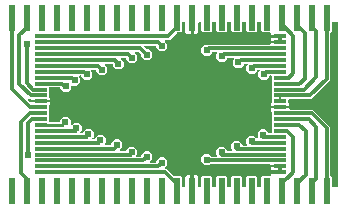
<source format=gbr>
G04 EAGLE Gerber RS-274X export*
G75*
%MOMM*%
%FSLAX34Y34*%
%LPD*%
%INTop Copper*%
%IPPOS*%
%AMOC8*
5,1,8,0,0,1.08239X$1,22.5*%
G01*
G04 Define Apertures*
%ADD10R,0.600000X2.200000*%
%ADD11R,1.100000X0.300000*%
%ADD12C,0.304800*%
%ADD13C,0.604000*%
%ADD14C,0.254000*%
%ADD15C,0.200000*%
G36*
X457545Y323910D02*
X457248Y323850D01*
X456136Y323850D01*
X455861Y323901D01*
X455606Y324065D01*
X455434Y324315D01*
X455374Y324612D01*
X455374Y331931D01*
X454481Y332824D01*
X449042Y332824D01*
X448756Y332880D01*
X448503Y333047D01*
X442303Y339248D01*
X441494Y339248D01*
X441231Y339295D01*
X440972Y339454D01*
X440797Y339702D01*
X440732Y339998D01*
X440788Y340296D01*
X440955Y340549D01*
X442694Y342288D01*
X442694Y346052D01*
X440032Y348714D01*
X436268Y348714D01*
X433606Y346052D01*
X433606Y345010D01*
X433555Y344735D01*
X433391Y344480D01*
X433141Y344308D01*
X432844Y344248D01*
X428714Y344248D01*
X428451Y344295D01*
X428192Y344454D01*
X428017Y344702D01*
X427952Y344998D01*
X428008Y345296D01*
X428175Y345549D01*
X429994Y347368D01*
X429994Y351132D01*
X427332Y353794D01*
X423568Y353794D01*
X420906Y351132D01*
X420906Y350010D01*
X420855Y349735D01*
X420691Y349480D01*
X420441Y349308D01*
X420144Y349248D01*
X417204Y349248D01*
X416941Y349295D01*
X416682Y349454D01*
X416507Y349702D01*
X416442Y349998D01*
X416498Y350296D01*
X416665Y350549D01*
X417294Y351178D01*
X417294Y354942D01*
X414632Y357604D01*
X410868Y357604D01*
X408190Y354927D01*
X408155Y354735D01*
X407991Y354480D01*
X407741Y354308D01*
X407444Y354248D01*
X403154Y354248D01*
X402891Y354295D01*
X402632Y354454D01*
X402457Y354702D01*
X402392Y354998D01*
X402448Y355296D01*
X402615Y355549D01*
X404594Y357528D01*
X404594Y361292D01*
X401932Y363954D01*
X398168Y363954D01*
X395506Y361292D01*
X395506Y360010D01*
X395455Y359735D01*
X395291Y359480D01*
X395041Y359308D01*
X394744Y359248D01*
X390374Y359248D01*
X390111Y359295D01*
X389852Y359454D01*
X389677Y359702D01*
X389612Y359998D01*
X389668Y360296D01*
X389835Y360549D01*
X390624Y361338D01*
X390624Y365102D01*
X387962Y367764D01*
X384198Y367764D01*
X381536Y365102D01*
X381536Y365010D01*
X381485Y364735D01*
X381321Y364480D01*
X381071Y364308D01*
X380774Y364248D01*
X380134Y364248D01*
X379871Y364295D01*
X379612Y364454D01*
X379437Y364702D01*
X379372Y364998D01*
X379428Y365296D01*
X379595Y365549D01*
X380464Y366418D01*
X380464Y370182D01*
X377802Y372844D01*
X374038Y372844D01*
X371376Y370182D01*
X371376Y370010D01*
X371325Y369735D01*
X371161Y369480D01*
X370911Y369308D01*
X370614Y369248D01*
X369692Y369248D01*
X369429Y369295D01*
X369171Y369454D01*
X368995Y369702D01*
X368930Y369998D01*
X368986Y370296D01*
X369153Y370549D01*
X370203Y371599D01*
X370203Y375363D01*
X367541Y378025D01*
X363777Y378025D01*
X362361Y376609D01*
X362141Y376456D01*
X361846Y376386D01*
X361547Y376437D01*
X361292Y376600D01*
X361120Y376850D01*
X361060Y377147D01*
X361060Y380342D01*
X358398Y383004D01*
X354634Y383004D01*
X351972Y380342D01*
X351972Y379756D01*
X351921Y379481D01*
X351757Y379226D01*
X351507Y379054D01*
X351210Y378994D01*
X343336Y378994D01*
X343061Y379045D01*
X342806Y379209D01*
X342634Y379459D01*
X342574Y379756D01*
X342574Y383447D01*
X342521Y383688D01*
X342574Y383972D01*
X342574Y388447D01*
X342521Y388688D01*
X342574Y388972D01*
X342574Y392316D01*
X342630Y392602D01*
X342797Y392855D01*
X343590Y393648D01*
X343590Y395438D01*
X327129Y395438D01*
X327129Y395545D01*
X327056Y395493D01*
X326760Y395428D01*
X326462Y395484D01*
X326209Y395651D01*
X325009Y396851D01*
X324856Y397071D01*
X324787Y397366D01*
X324837Y397665D01*
X325001Y397920D01*
X325251Y398092D01*
X325548Y398152D01*
X326748Y398152D01*
X327023Y398101D01*
X327278Y397937D01*
X327450Y397687D01*
X327510Y397390D01*
X327510Y396962D01*
X343590Y396962D01*
X343590Y398752D01*
X342797Y399545D01*
X342634Y399787D01*
X342574Y400084D01*
X342574Y403447D01*
X342521Y403688D01*
X342574Y403972D01*
X342574Y407390D01*
X342625Y407665D01*
X342789Y407920D01*
X343039Y408092D01*
X343336Y408152D01*
X351564Y408152D01*
X351839Y408101D01*
X352094Y407937D01*
X352266Y407687D01*
X352326Y407390D01*
X352326Y407058D01*
X354988Y404396D01*
X358752Y404396D01*
X361414Y407058D01*
X361414Y408983D01*
X361461Y409246D01*
X361620Y409504D01*
X361868Y409679D01*
X362164Y409744D01*
X362462Y409689D01*
X362668Y409552D01*
X366448Y409552D01*
X369110Y412214D01*
X369110Y415978D01*
X368237Y416851D01*
X368084Y417071D01*
X368015Y417366D01*
X368065Y417665D01*
X368229Y417920D01*
X368479Y418092D01*
X368776Y418152D01*
X369344Y418152D01*
X369619Y418101D01*
X369874Y417937D01*
X370046Y417687D01*
X370106Y417390D01*
X370106Y417218D01*
X372768Y414556D01*
X376532Y414556D01*
X379194Y417218D01*
X379194Y420982D01*
X378325Y421851D01*
X378172Y422071D01*
X378102Y422366D01*
X378153Y422665D01*
X378316Y422920D01*
X378567Y423092D01*
X378864Y423152D01*
X382044Y423152D01*
X382319Y423101D01*
X382574Y422937D01*
X382746Y422687D01*
X382806Y422390D01*
X382806Y421028D01*
X385468Y418366D01*
X389232Y418366D01*
X391894Y421028D01*
X391894Y424792D01*
X389835Y426851D01*
X389682Y427071D01*
X389612Y427366D01*
X389663Y427665D01*
X389826Y427920D01*
X390077Y428092D01*
X390374Y428152D01*
X396014Y428152D01*
X396289Y428101D01*
X396544Y427937D01*
X396716Y427687D01*
X396776Y427390D01*
X396776Y426108D01*
X399438Y423446D01*
X403202Y423446D01*
X405864Y426108D01*
X405864Y429872D01*
X403885Y431851D01*
X403732Y432071D01*
X403662Y432366D01*
X403713Y432665D01*
X403876Y432920D01*
X404127Y433092D01*
X404424Y433152D01*
X407444Y433152D01*
X407719Y433101D01*
X407974Y432937D01*
X408146Y432687D01*
X408206Y432390D01*
X408206Y431188D01*
X410868Y428526D01*
X414632Y428526D01*
X417294Y431188D01*
X417294Y434952D01*
X415395Y436851D01*
X415242Y437071D01*
X415172Y437366D01*
X415223Y437665D01*
X415386Y437920D01*
X415637Y438092D01*
X415934Y438152D01*
X418282Y438152D01*
X418568Y438096D01*
X418821Y437929D01*
X420683Y436067D01*
X420846Y435825D01*
X420906Y435528D01*
X420906Y433728D01*
X423568Y431066D01*
X427332Y431066D01*
X429994Y433728D01*
X429994Y437492D01*
X427332Y440154D01*
X425532Y440154D01*
X425246Y440210D01*
X424993Y440377D01*
X423519Y441851D01*
X423366Y442071D01*
X423297Y442366D01*
X423347Y442665D01*
X423511Y442920D01*
X423761Y443092D01*
X424058Y443152D01*
X432844Y443152D01*
X433119Y443101D01*
X433374Y442937D01*
X433546Y442687D01*
X433606Y442390D01*
X433606Y441348D01*
X436268Y438686D01*
X440032Y438686D01*
X442694Y441348D01*
X442694Y445112D01*
X440955Y446851D01*
X440802Y447071D01*
X440732Y447366D01*
X440783Y447665D01*
X440946Y447920D01*
X441197Y448092D01*
X441494Y448152D01*
X444843Y448152D01*
X451043Y454353D01*
X451285Y454516D01*
X451582Y454576D01*
X454481Y454576D01*
X455374Y455469D01*
X455374Y462688D01*
X455425Y462963D01*
X455589Y463218D01*
X455839Y463390D01*
X456136Y463450D01*
X457248Y463450D01*
X457523Y463399D01*
X457778Y463235D01*
X457950Y462985D01*
X458010Y462688D01*
X458010Y455048D01*
X459498Y453560D01*
X467602Y453560D01*
X469090Y455048D01*
X469090Y462688D01*
X469141Y462963D01*
X469305Y463218D01*
X469555Y463390D01*
X469852Y463450D01*
X470964Y463450D01*
X471239Y463399D01*
X471494Y463235D01*
X471666Y462985D01*
X471726Y462688D01*
X471726Y455469D01*
X472619Y454576D01*
X479881Y454576D01*
X480774Y455469D01*
X480774Y462688D01*
X480825Y462963D01*
X480989Y463218D01*
X481239Y463390D01*
X481536Y463450D01*
X483664Y463450D01*
X483939Y463399D01*
X484194Y463235D01*
X484366Y462985D01*
X484426Y462688D01*
X484426Y455469D01*
X485319Y454576D01*
X492581Y454576D01*
X493474Y455469D01*
X493474Y462688D01*
X493525Y462963D01*
X493689Y463218D01*
X493939Y463390D01*
X494236Y463450D01*
X496364Y463450D01*
X496639Y463399D01*
X496894Y463235D01*
X497066Y462985D01*
X497126Y462688D01*
X497126Y455469D01*
X498019Y454576D01*
X505281Y454576D01*
X506174Y455469D01*
X506174Y462688D01*
X506225Y462963D01*
X506389Y463218D01*
X506639Y463390D01*
X506936Y463450D01*
X509064Y463450D01*
X509339Y463399D01*
X509594Y463235D01*
X509766Y462985D01*
X509826Y462688D01*
X509826Y455469D01*
X510719Y454576D01*
X517981Y454576D01*
X518874Y455469D01*
X518874Y462688D01*
X518925Y462963D01*
X519089Y463218D01*
X519339Y463390D01*
X519636Y463450D01*
X521764Y463450D01*
X522039Y463399D01*
X522294Y463235D01*
X522466Y462985D01*
X522526Y462688D01*
X522526Y455469D01*
X523419Y454576D01*
X529408Y454576D01*
X529683Y454525D01*
X529938Y454361D01*
X530110Y454111D01*
X530170Y453814D01*
X530170Y451962D01*
X538972Y451962D01*
X538972Y450438D01*
X530170Y450438D01*
X530170Y446962D01*
X538972Y446962D01*
X538972Y445438D01*
X530170Y445438D01*
X530170Y445010D01*
X530119Y444735D01*
X529955Y444480D01*
X529705Y444308D01*
X529408Y444248D01*
X476767Y444248D01*
X476707Y444187D01*
X476465Y444024D01*
X476168Y443964D01*
X474368Y443964D01*
X471706Y441302D01*
X471706Y437538D01*
X474368Y434876D01*
X478132Y434876D01*
X480828Y437572D01*
X480845Y437665D01*
X481009Y437920D01*
X481259Y438092D01*
X481556Y438152D01*
X484496Y438152D01*
X484760Y438105D01*
X485018Y437946D01*
X485193Y437698D01*
X485258Y437402D01*
X485203Y437104D01*
X485035Y436851D01*
X484406Y436222D01*
X484406Y432458D01*
X487068Y429796D01*
X490832Y429796D01*
X493510Y432473D01*
X493545Y432665D01*
X493709Y432920D01*
X493959Y433092D01*
X494256Y433152D01*
X498546Y433152D01*
X498810Y433105D01*
X499068Y432946D01*
X499243Y432698D01*
X499308Y432402D01*
X499253Y432104D01*
X499085Y431851D01*
X498376Y431142D01*
X498376Y427378D01*
X501038Y424716D01*
X504802Y424716D01*
X507464Y427378D01*
X507464Y427390D01*
X507515Y427665D01*
X507679Y427920D01*
X507929Y428092D01*
X508226Y428152D01*
X510056Y428152D01*
X510320Y428105D01*
X510578Y427946D01*
X510753Y427698D01*
X510818Y427402D01*
X510763Y427104D01*
X510595Y426851D01*
X509806Y426062D01*
X509806Y422298D01*
X512468Y419636D01*
X516232Y419636D01*
X518894Y422298D01*
X518894Y422390D01*
X518945Y422665D01*
X519109Y422920D01*
X519359Y423092D01*
X519656Y423152D01*
X520296Y423152D01*
X520560Y423105D01*
X520818Y422946D01*
X520993Y422698D01*
X521058Y422402D01*
X521003Y422104D01*
X520835Y421851D01*
X519966Y420982D01*
X519966Y417218D01*
X522628Y414556D01*
X526392Y414556D01*
X529054Y417218D01*
X529054Y417390D01*
X529105Y417665D01*
X529269Y417920D01*
X529519Y418092D01*
X529816Y418152D01*
X530424Y418152D01*
X530699Y418101D01*
X530954Y417937D01*
X531126Y417687D01*
X531186Y417390D01*
X531186Y413953D01*
X531239Y413712D01*
X531186Y413428D01*
X531186Y408953D01*
X531239Y408712D01*
X531186Y408428D01*
X531186Y403953D01*
X531239Y403712D01*
X531186Y403428D01*
X531186Y398953D01*
X531239Y398712D01*
X531186Y398428D01*
X531186Y395084D01*
X531130Y394798D01*
X530963Y394545D01*
X530170Y393752D01*
X530170Y391962D01*
X546250Y391962D01*
X546250Y393752D01*
X545457Y394545D01*
X545294Y394787D01*
X545234Y395084D01*
X545234Y397390D01*
X545285Y397665D01*
X545449Y397920D01*
X545699Y398092D01*
X545996Y398152D01*
X565023Y398152D01*
X580898Y414027D01*
X580898Y453814D01*
X580949Y454089D01*
X581113Y454344D01*
X581363Y454516D01*
X581436Y454530D01*
X582374Y455469D01*
X582374Y462688D01*
X582425Y462963D01*
X582589Y463218D01*
X582839Y463390D01*
X583136Y463450D01*
X586488Y463450D01*
X586763Y463399D01*
X587018Y463235D01*
X587190Y462985D01*
X587250Y462688D01*
X587250Y324612D01*
X587199Y324337D01*
X587035Y324082D01*
X586785Y323910D01*
X586488Y323850D01*
X583136Y323850D01*
X582861Y323901D01*
X582606Y324065D01*
X582434Y324315D01*
X582374Y324612D01*
X582374Y331931D01*
X581440Y332865D01*
X581385Y332875D01*
X581130Y333039D01*
X580958Y333289D01*
X580898Y333586D01*
X580898Y374643D01*
X566293Y389248D01*
X547012Y389248D01*
X546737Y389299D01*
X546482Y389463D01*
X546310Y389713D01*
X546250Y390010D01*
X546250Y390438D01*
X530170Y390438D01*
X530170Y388648D01*
X530963Y387855D01*
X531126Y387614D01*
X531186Y387316D01*
X531186Y383953D01*
X531239Y383712D01*
X531186Y383428D01*
X531186Y378953D01*
X531239Y378712D01*
X531186Y378428D01*
X531186Y373953D01*
X531239Y373712D01*
X531186Y373428D01*
X531186Y370010D01*
X531135Y369735D01*
X530971Y369480D01*
X530721Y369308D01*
X530424Y369248D01*
X529181Y369248D01*
X528906Y369299D01*
X528651Y369463D01*
X528479Y369713D01*
X528444Y369887D01*
X525757Y372574D01*
X521993Y372574D01*
X519331Y369912D01*
X519331Y365887D01*
X519284Y365624D01*
X519125Y365365D01*
X518877Y365190D01*
X518581Y365125D01*
X518283Y365181D01*
X518030Y365348D01*
X516232Y367146D01*
X512468Y367146D01*
X509806Y364484D01*
X509806Y360720D01*
X510405Y360121D01*
X510558Y359901D01*
X510628Y359606D01*
X510577Y359307D01*
X510414Y359052D01*
X510163Y358880D01*
X509866Y358820D01*
X506956Y358820D01*
X506681Y358871D01*
X506426Y359035D01*
X506254Y359285D01*
X506194Y359582D01*
X506194Y359912D01*
X503532Y362574D01*
X499768Y362574D01*
X497106Y359912D01*
X497106Y356148D01*
X497705Y355549D01*
X497858Y355329D01*
X497928Y355034D01*
X497877Y354735D01*
X497714Y354480D01*
X497463Y354308D01*
X497166Y354248D01*
X494256Y354248D01*
X493981Y354299D01*
X493726Y354463D01*
X493554Y354713D01*
X493519Y354887D01*
X490832Y357574D01*
X487068Y357574D01*
X484406Y354912D01*
X484406Y351148D01*
X485005Y350549D01*
X485158Y350329D01*
X485228Y350034D01*
X485177Y349735D01*
X485014Y349480D01*
X484763Y349308D01*
X484466Y349248D01*
X480584Y349248D01*
X480298Y349304D01*
X480045Y349471D01*
X478132Y351384D01*
X474368Y351384D01*
X471706Y348722D01*
X471706Y344958D01*
X474368Y342296D01*
X478132Y342296D01*
X478765Y342929D01*
X479007Y343092D01*
X479304Y343152D01*
X529408Y343152D01*
X529683Y343101D01*
X529938Y342937D01*
X530110Y342687D01*
X530170Y342390D01*
X530170Y341962D01*
X538972Y341962D01*
X538972Y340438D01*
X530170Y340438D01*
X530170Y336962D01*
X538972Y336962D01*
X538972Y335438D01*
X530170Y335438D01*
X530170Y333586D01*
X530119Y333311D01*
X529955Y333056D01*
X529705Y332884D01*
X529408Y332824D01*
X523419Y332824D01*
X522526Y331931D01*
X522526Y324612D01*
X522475Y324337D01*
X522311Y324082D01*
X522061Y323910D01*
X521764Y323850D01*
X519636Y323850D01*
X519361Y323901D01*
X519106Y324065D01*
X518934Y324315D01*
X518874Y324612D01*
X518874Y331931D01*
X517981Y332824D01*
X510719Y332824D01*
X509826Y331931D01*
X509826Y324612D01*
X509775Y324337D01*
X509611Y324082D01*
X509361Y323910D01*
X509064Y323850D01*
X506936Y323850D01*
X506661Y323901D01*
X506406Y324065D01*
X506234Y324315D01*
X506174Y324612D01*
X506174Y331931D01*
X505281Y332824D01*
X498019Y332824D01*
X497126Y331931D01*
X497126Y324612D01*
X497075Y324337D01*
X496911Y324082D01*
X496661Y323910D01*
X496364Y323850D01*
X494236Y323850D01*
X493961Y323901D01*
X493706Y324065D01*
X493534Y324315D01*
X493474Y324612D01*
X493474Y331931D01*
X492581Y332824D01*
X485319Y332824D01*
X484426Y331931D01*
X484426Y324612D01*
X484375Y324337D01*
X484211Y324082D01*
X483961Y323910D01*
X483664Y323850D01*
X481536Y323850D01*
X481261Y323901D01*
X481006Y324065D01*
X480834Y324315D01*
X480774Y324612D01*
X480774Y331931D01*
X479881Y332824D01*
X472619Y332824D01*
X471726Y331931D01*
X471726Y324612D01*
X471675Y324337D01*
X471511Y324082D01*
X471261Y323910D01*
X470964Y323850D01*
X469852Y323850D01*
X469577Y323901D01*
X469322Y324065D01*
X469150Y324315D01*
X469090Y324612D01*
X469090Y332352D01*
X467602Y333840D01*
X459498Y333840D01*
X458010Y332352D01*
X458010Y324612D01*
X457959Y324337D01*
X457795Y324082D01*
X457545Y323910D01*
G37*
D10*
X323850Y320300D03*
X463550Y320300D03*
X311150Y320300D03*
X336550Y320300D03*
X349250Y320300D03*
X476250Y320300D03*
X450850Y320300D03*
X438150Y320300D03*
X374650Y320300D03*
X412750Y320300D03*
X361950Y320300D03*
X387350Y320300D03*
X425450Y320300D03*
X400050Y320300D03*
X488950Y320300D03*
X501650Y320300D03*
X514350Y320300D03*
X527050Y320300D03*
X539750Y320300D03*
X552450Y320300D03*
X565150Y320300D03*
X577850Y320300D03*
X577850Y467100D03*
X565150Y467100D03*
X552450Y467100D03*
X539750Y467100D03*
X527050Y467100D03*
X514350Y467100D03*
X501650Y467100D03*
X488950Y467100D03*
X476250Y467100D03*
X463550Y467100D03*
X450850Y467100D03*
X438150Y467100D03*
X425450Y467100D03*
X412750Y467100D03*
X400050Y467100D03*
X387350Y467100D03*
X374650Y467100D03*
X361950Y467100D03*
X349250Y467100D03*
X336550Y467100D03*
X323850Y467100D03*
X311150Y467100D03*
D11*
X335550Y451200D03*
X335550Y446200D03*
X335550Y441200D03*
X335550Y436200D03*
X335550Y431200D03*
X335550Y426200D03*
X335550Y421200D03*
X335550Y416200D03*
X335550Y411200D03*
X335550Y406200D03*
X335550Y401200D03*
X335550Y396200D03*
X335550Y391200D03*
X335550Y386200D03*
X335550Y381200D03*
X335550Y376200D03*
X335550Y371200D03*
X335550Y366200D03*
X335550Y361200D03*
X335550Y356200D03*
X335550Y351200D03*
X335550Y346200D03*
X335550Y341200D03*
X335550Y336200D03*
X538210Y336200D03*
X538210Y341200D03*
X538210Y346200D03*
X538210Y351200D03*
X538210Y356200D03*
X538210Y361200D03*
X538210Y366200D03*
X538210Y371200D03*
X538210Y376200D03*
X538210Y381200D03*
X538210Y386200D03*
X538210Y391200D03*
X538210Y396200D03*
X538210Y401200D03*
X538210Y406200D03*
X538210Y411200D03*
X538210Y416200D03*
X538210Y421200D03*
X538210Y426200D03*
X538210Y431200D03*
X538210Y436200D03*
X538210Y441200D03*
X538210Y446200D03*
X538210Y451200D03*
D12*
X384060Y426200D02*
X335550Y426200D01*
X384060Y426200D02*
X387350Y422910D01*
D13*
X387350Y422910D03*
X387350Y467360D03*
D14*
X353340Y376200D02*
X335550Y376200D01*
X353340Y376200D02*
X355600Y378460D01*
X356516Y378460D01*
D13*
X356516Y378460D03*
X349250Y320040D03*
D12*
X335550Y371200D02*
X364850Y371200D01*
D14*
X365659Y372009D02*
X365659Y373481D01*
X365659Y372009D02*
X364850Y371200D01*
D13*
X365659Y373481D03*
X361950Y320040D03*
D12*
X373820Y366200D02*
X335550Y366200D01*
D14*
X373820Y366200D02*
X375920Y368300D01*
D13*
X375920Y368300D03*
X374650Y320040D03*
D12*
X384060Y361200D02*
X335550Y361200D01*
D14*
X384060Y361200D02*
X386080Y363220D01*
D13*
X386080Y363220D03*
X387350Y320040D03*
D12*
X396840Y356200D02*
X335550Y356200D01*
D14*
X396840Y356200D02*
X400050Y359410D01*
D13*
X400050Y359410D03*
D12*
X410890Y351200D02*
X335550Y351200D01*
D14*
X410890Y351200D02*
X412750Y353060D01*
D13*
X412750Y353060D03*
X412750Y320040D03*
D12*
X422400Y346200D02*
X335550Y346200D01*
X422400Y346200D02*
X425450Y349250D01*
D13*
X425450Y349250D03*
X425450Y320040D03*
D12*
X435180Y341200D02*
X335550Y341200D01*
X435180Y341200D02*
X438150Y344170D01*
D13*
X438150Y344170D03*
X438150Y320040D03*
D12*
X441040Y336200D02*
X335550Y336200D01*
X441040Y336200D02*
X450370Y326870D01*
X450850Y326870D01*
X362462Y416200D02*
X335550Y416200D01*
X362462Y416200D02*
X364566Y414096D01*
D13*
X364566Y414096D03*
X361950Y467360D03*
D12*
X477010Y346200D02*
X538210Y346200D01*
X477520Y346710D02*
X477010Y346200D01*
X477520Y346710D02*
X476380Y346710D01*
X476250Y346840D01*
D13*
X476250Y346840D03*
X476250Y320040D03*
D12*
X372550Y421200D02*
X335550Y421200D01*
X372550Y421200D02*
X374650Y419100D01*
D13*
X374650Y419100D03*
X374650Y467360D03*
D12*
X353340Y411200D02*
X335550Y411200D01*
X353340Y411200D02*
X355600Y408940D01*
X356870Y408940D01*
D13*
X356870Y408940D03*
X349250Y467360D03*
D12*
X335550Y406200D02*
X329240Y406200D01*
X323850Y411590D01*
D13*
X336550Y467360D03*
X323850Y444500D03*
D12*
X323850Y411590D01*
X335550Y431200D02*
X398110Y431200D01*
X401320Y427990D01*
D13*
X401320Y427990D03*
X400050Y467360D03*
D12*
X409620Y436200D02*
X335550Y436200D01*
X409620Y436200D02*
X412750Y433070D01*
D13*
X412750Y433070D03*
X412750Y467360D03*
D12*
X419860Y441200D02*
X335550Y441200D01*
X419860Y441200D02*
X425450Y435610D01*
D13*
X425450Y435610D03*
X425450Y467360D03*
D12*
X435180Y446200D02*
X335550Y446200D01*
X435180Y446200D02*
X438150Y443230D01*
D13*
X438150Y443230D03*
X438150Y467360D03*
D12*
X335550Y381200D02*
X328329Y381200D01*
X325120Y377991D01*
X325120Y350520D01*
D13*
X325120Y350520D03*
D12*
X326510Y386200D02*
X335550Y386200D01*
X326510Y386200D02*
X318770Y378460D01*
X318770Y335280D01*
X323850Y330200D01*
X323850Y320300D01*
X327059Y401200D02*
X335550Y401200D01*
X327059Y401200D02*
X317500Y410759D01*
X317500Y452120D01*
X323850Y458470D01*
X323850Y467100D01*
X326350Y391200D02*
X335550Y391200D01*
X326350Y391200D02*
X311150Y406400D01*
X311150Y460784D01*
X489630Y351200D02*
X538210Y351200D01*
X489630Y351200D02*
X489202Y350772D01*
X488950Y350772D01*
X488950Y353030D01*
D13*
X488950Y353030D03*
X488950Y320040D03*
D12*
X514870Y361200D02*
X538210Y361200D01*
X514870Y361200D02*
X514350Y360680D01*
X514350Y362602D01*
D13*
X514350Y362602D03*
X514350Y320040D03*
D12*
X549298Y366423D02*
X544521Y371200D01*
X538210Y371200D01*
X549298Y335978D02*
X544973Y331652D01*
X549298Y335978D02*
X549298Y366423D01*
X544973Y331652D02*
X544532Y331652D01*
X539750Y326870D01*
X538210Y381200D02*
X562410Y381200D01*
X568960Y374650D01*
X568960Y330680D01*
X565150Y326870D01*
X558600Y406200D02*
X538210Y406200D01*
X568960Y455670D02*
X565150Y459480D01*
X565150Y467100D01*
X568960Y416560D02*
X558600Y406200D01*
X568960Y416560D02*
X568960Y455670D01*
D13*
X565150Y467360D03*
D12*
X545740Y416200D02*
X538210Y416200D01*
X545740Y416200D02*
X549458Y419918D01*
X549458Y451782D01*
D13*
X539750Y467360D03*
D12*
X539750Y459740D02*
X541500Y459740D01*
X549458Y451782D01*
X539750Y459740D02*
X539750Y467360D01*
X538210Y426200D02*
X516370Y426200D01*
D14*
X514350Y424180D01*
D13*
X514350Y424180D03*
X514350Y467360D03*
D12*
X490810Y436200D02*
X538210Y436200D01*
D14*
X490810Y436200D02*
X488950Y434340D01*
D13*
X488950Y434340D03*
X488950Y467360D03*
D12*
X532702Y355772D02*
X538210Y356200D01*
X532702Y355772D02*
X501650Y355772D01*
X501650Y358030D01*
D13*
X501650Y358030D03*
X501650Y320040D03*
D12*
X524070Y366200D02*
X538210Y366200D01*
X524070Y366200D02*
X523240Y367030D01*
X523240Y367395D01*
X523875Y368030D01*
D13*
X523875Y368030D03*
X527050Y320040D03*
D12*
X538210Y376200D02*
X554710Y376200D01*
X560070Y370840D02*
X560070Y334010D01*
X552930Y326870D01*
X552450Y326870D01*
X552450Y328930D01*
X560070Y370840D02*
X554710Y376200D01*
X565030Y386200D02*
X538210Y386200D01*
X577850Y373380D02*
X577850Y326870D01*
X577850Y373380D02*
X565030Y386200D01*
X554720Y411200D02*
X558982Y415462D01*
X554720Y411200D02*
X538210Y411200D01*
X552450Y461010D02*
X552450Y467100D01*
X558982Y454478D02*
X558982Y415462D01*
X558982Y454478D02*
X552450Y461010D01*
D13*
X552450Y467360D03*
D12*
X538210Y421200D02*
X526610Y421200D01*
X524510Y419100D01*
D13*
X524510Y419100D03*
X527050Y467360D03*
D12*
X538210Y431200D02*
X504860Y431200D01*
D14*
X502920Y429260D01*
D13*
X502920Y429260D03*
X501650Y467360D03*
D12*
X478030Y441200D02*
X538210Y441200D01*
D14*
X478030Y441200D02*
X476250Y439420D01*
D13*
X476250Y439420D03*
X476250Y467360D03*
D12*
X443580Y451200D02*
X335550Y451200D01*
X443580Y451200D02*
X452120Y459740D01*
X538210Y401200D02*
X563760Y401200D01*
X577850Y415290D02*
X577850Y450850D01*
X577850Y467100D01*
X577850Y415290D02*
X563760Y401200D01*
D15*
X538210Y401200D02*
X538210Y396200D01*
D13*
X577850Y467360D03*
D15*
X577850Y450850D01*
D12*
X538210Y451200D02*
X538210Y446200D01*
X538210Y336200D02*
X465740Y336200D01*
X538210Y336200D02*
X538210Y341200D01*
D14*
X538210Y451200D02*
X464470Y451200D01*
X463550Y452120D01*
X463550Y460784D01*
D12*
X465740Y336200D02*
X463550Y334010D01*
X463550Y320300D01*
D13*
X463550Y467360D03*
X450850Y467360D03*
X323850Y467360D03*
X311150Y467360D03*
X311150Y320040D03*
X323850Y320040D03*
X336550Y320040D03*
X400050Y320040D03*
X450850Y320040D03*
X463550Y320040D03*
X539750Y320040D03*
X552450Y320040D03*
X565150Y320040D03*
X577850Y320040D03*
M02*

</source>
